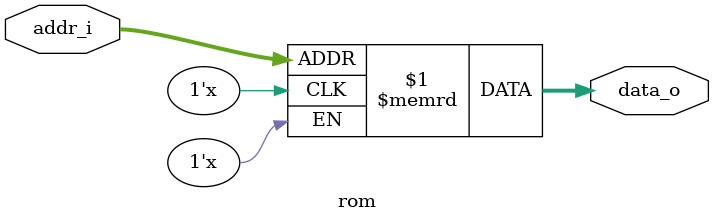
<source format=v>
module rom(
    input wire [14:0] addr_i,    // addr
    output wire [15:0] data_o     // read data
    );

    // 32K rom (32768)
    reg [15:0] _rom [0:32768-1];
    assign data_o = _rom[addr_i];


endmodule
</source>
